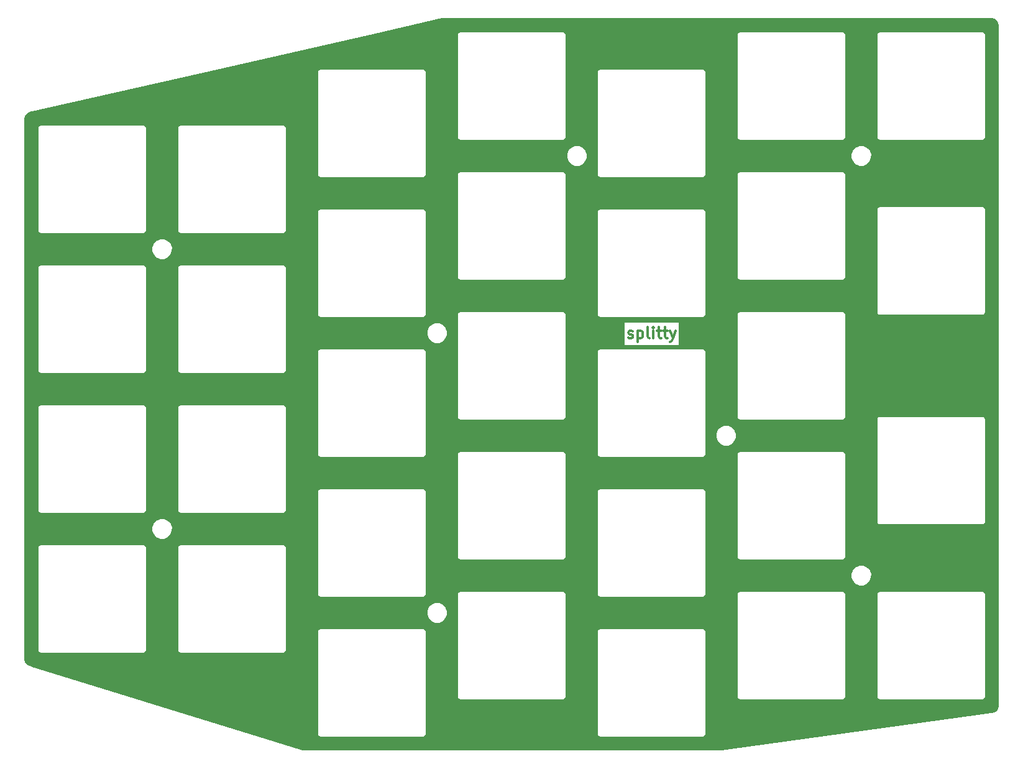
<source format=gbr>
G04 #@! TF.FileFunction,Copper,L1,Top,Signal*
%FSLAX46Y46*%
G04 Gerber Fmt 4.6, Leading zero omitted, Abs format (unit mm)*
G04 Created by KiCad (PCBNEW 4.0.7+dfsg1-1~bpo9+1) date Sat May 26 14:25:42 2018*
%MOMM*%
%LPD*%
G01*
G04 APERTURE LIST*
%ADD10C,0.100000*%
%ADD11C,0.300000*%
%ADD12R,2.000000X2.000000*%
%ADD13C,0.200000*%
G04 APERTURE END LIST*
D10*
D11*
X130171428Y-72362143D02*
X130314285Y-72433571D01*
X130600000Y-72433571D01*
X130742857Y-72362143D01*
X130814285Y-72219286D01*
X130814285Y-72147857D01*
X130742857Y-72005000D01*
X130600000Y-71933571D01*
X130385714Y-71933571D01*
X130242857Y-71862143D01*
X130171428Y-71719286D01*
X130171428Y-71647857D01*
X130242857Y-71505000D01*
X130385714Y-71433571D01*
X130600000Y-71433571D01*
X130742857Y-71505000D01*
X131457143Y-71433571D02*
X131457143Y-72933571D01*
X131457143Y-71505000D02*
X131600000Y-71433571D01*
X131885714Y-71433571D01*
X132028571Y-71505000D01*
X132100000Y-71576429D01*
X132171429Y-71719286D01*
X132171429Y-72147857D01*
X132100000Y-72290714D01*
X132028571Y-72362143D01*
X131885714Y-72433571D01*
X131600000Y-72433571D01*
X131457143Y-72362143D01*
X133028572Y-72433571D02*
X132885714Y-72362143D01*
X132814286Y-72219286D01*
X132814286Y-70933571D01*
X133600000Y-72433571D02*
X133600000Y-71433571D01*
X133600000Y-70933571D02*
X133528571Y-71005000D01*
X133600000Y-71076429D01*
X133671428Y-71005000D01*
X133600000Y-70933571D01*
X133600000Y-71076429D01*
X134100000Y-71433571D02*
X134671429Y-71433571D01*
X134314286Y-70933571D02*
X134314286Y-72219286D01*
X134385714Y-72362143D01*
X134528572Y-72433571D01*
X134671429Y-72433571D01*
X134957143Y-71433571D02*
X135528572Y-71433571D01*
X135171429Y-70933571D02*
X135171429Y-72219286D01*
X135242857Y-72362143D01*
X135385715Y-72433571D01*
X135528572Y-72433571D01*
X135885715Y-71433571D02*
X136242858Y-72433571D01*
X136600000Y-71433571D02*
X136242858Y-72433571D01*
X136100000Y-72790714D01*
X136028572Y-72862143D01*
X135885715Y-72933571D01*
D12*
X163830000Y-76835000D03*
D13*
G36*
X180040788Y-29034335D02*
X180325457Y-29224545D01*
X180515665Y-29509212D01*
X180590000Y-29882917D01*
X180590000Y-122517083D01*
X180515665Y-122890788D01*
X180325457Y-123175455D01*
X180040788Y-123365665D01*
X179641090Y-123445170D01*
X142848575Y-128520000D01*
X85783370Y-128520000D01*
X49009114Y-117107300D01*
X48988890Y-117105177D01*
X48970109Y-117097398D01*
X48559212Y-117015665D01*
X48274545Y-116825457D01*
X48084335Y-116540788D01*
X48010000Y-116167082D01*
X48010000Y-100950000D01*
X49765000Y-100950000D01*
X49765000Y-114950000D01*
X49794306Y-115097333D01*
X49877764Y-115222236D01*
X50002667Y-115305694D01*
X50150000Y-115335000D01*
X64150000Y-115335000D01*
X64297333Y-115305694D01*
X64422236Y-115222236D01*
X64505694Y-115097333D01*
X64535000Y-114950000D01*
X64535000Y-100950000D01*
X68815000Y-100950000D01*
X68815000Y-114950000D01*
X68844306Y-115097333D01*
X68927764Y-115222236D01*
X69052667Y-115305694D01*
X69200000Y-115335000D01*
X83200000Y-115335000D01*
X83347333Y-115305694D01*
X83472236Y-115222236D01*
X83555694Y-115097333D01*
X83585000Y-114950000D01*
X83585000Y-112380000D01*
X87865000Y-112380000D01*
X87865000Y-126380000D01*
X87894306Y-126527333D01*
X87977764Y-126652236D01*
X88102667Y-126735694D01*
X88250000Y-126765000D01*
X102250000Y-126765000D01*
X102397333Y-126735694D01*
X102522236Y-126652236D01*
X102605694Y-126527333D01*
X102635000Y-126380000D01*
X102635000Y-112380000D01*
X102605694Y-112232667D01*
X102522236Y-112107764D01*
X102397333Y-112024306D01*
X102250000Y-111995000D01*
X88250000Y-111995000D01*
X88102667Y-112024306D01*
X87977764Y-112107764D01*
X87894306Y-112232667D01*
X87865000Y-112380000D01*
X83585000Y-112380000D01*
X83585000Y-110134236D01*
X102729755Y-110134236D01*
X102943963Y-110652658D01*
X103340256Y-111049643D01*
X103858303Y-111264755D01*
X104419236Y-111265245D01*
X104937658Y-111051037D01*
X105334643Y-110654744D01*
X105549755Y-110136697D01*
X105550245Y-109575764D01*
X105336037Y-109057342D01*
X104939744Y-108660357D01*
X104421697Y-108445245D01*
X103860764Y-108444755D01*
X103342342Y-108658963D01*
X102945357Y-109055256D01*
X102730245Y-109573303D01*
X102729755Y-110134236D01*
X83585000Y-110134236D01*
X83585000Y-100950000D01*
X83555694Y-100802667D01*
X83472236Y-100677764D01*
X83347333Y-100594306D01*
X83200000Y-100565000D01*
X69200000Y-100565000D01*
X69052667Y-100594306D01*
X68927764Y-100677764D01*
X68844306Y-100802667D01*
X68815000Y-100950000D01*
X64535000Y-100950000D01*
X64505694Y-100802667D01*
X64422236Y-100677764D01*
X64297333Y-100594306D01*
X64150000Y-100565000D01*
X50150000Y-100565000D01*
X50002667Y-100594306D01*
X49877764Y-100677764D01*
X49794306Y-100802667D01*
X49765000Y-100950000D01*
X48010000Y-100950000D01*
X48010000Y-98704236D01*
X65264755Y-98704236D01*
X65478963Y-99222658D01*
X65875256Y-99619643D01*
X66393303Y-99834755D01*
X66954236Y-99835245D01*
X67472658Y-99621037D01*
X67869643Y-99224744D01*
X68084755Y-98706697D01*
X68085245Y-98145764D01*
X67871037Y-97627342D01*
X67474744Y-97230357D01*
X66956697Y-97015245D01*
X66395764Y-97014755D01*
X65877342Y-97228963D01*
X65480357Y-97625256D01*
X65265245Y-98143303D01*
X65264755Y-98704236D01*
X48010000Y-98704236D01*
X48010000Y-81900000D01*
X49765000Y-81900000D01*
X49765000Y-95900000D01*
X49794306Y-96047333D01*
X49877764Y-96172236D01*
X50002667Y-96255694D01*
X50150000Y-96285000D01*
X64150000Y-96285000D01*
X64297333Y-96255694D01*
X64422236Y-96172236D01*
X64505694Y-96047333D01*
X64535000Y-95900000D01*
X64535000Y-81900000D01*
X68815000Y-81900000D01*
X68815000Y-95900000D01*
X68844306Y-96047333D01*
X68927764Y-96172236D01*
X69052667Y-96255694D01*
X69200000Y-96285000D01*
X83200000Y-96285000D01*
X83347333Y-96255694D01*
X83472236Y-96172236D01*
X83555694Y-96047333D01*
X83585000Y-95900000D01*
X83585000Y-93330000D01*
X87865000Y-93330000D01*
X87865000Y-107330000D01*
X87894306Y-107477333D01*
X87977764Y-107602236D01*
X88102667Y-107685694D01*
X88250000Y-107715000D01*
X102250000Y-107715000D01*
X102397333Y-107685694D01*
X102522236Y-107602236D01*
X102605694Y-107477333D01*
X102635000Y-107330000D01*
X102635000Y-107300000D01*
X106915000Y-107300000D01*
X106915000Y-121300000D01*
X106944306Y-121447333D01*
X107027764Y-121572236D01*
X107152667Y-121655694D01*
X107300000Y-121685000D01*
X121300000Y-121685000D01*
X121447333Y-121655694D01*
X121572236Y-121572236D01*
X121655694Y-121447333D01*
X121685000Y-121300000D01*
X121685000Y-112380000D01*
X125965000Y-112380000D01*
X125965000Y-126380000D01*
X125994306Y-126527333D01*
X126077764Y-126652236D01*
X126202667Y-126735694D01*
X126350000Y-126765000D01*
X140350000Y-126765000D01*
X140497333Y-126735694D01*
X140622236Y-126652236D01*
X140705694Y-126527333D01*
X140735000Y-126380000D01*
X140735000Y-112380000D01*
X140705694Y-112232667D01*
X140622236Y-112107764D01*
X140497333Y-112024306D01*
X140350000Y-111995000D01*
X126350000Y-111995000D01*
X126202667Y-112024306D01*
X126077764Y-112107764D01*
X125994306Y-112232667D01*
X125965000Y-112380000D01*
X121685000Y-112380000D01*
X121685000Y-107300000D01*
X121655694Y-107152667D01*
X121572236Y-107027764D01*
X121447333Y-106944306D01*
X121300000Y-106915000D01*
X107300000Y-106915000D01*
X107152667Y-106944306D01*
X107027764Y-107027764D01*
X106944306Y-107152667D01*
X106915000Y-107300000D01*
X102635000Y-107300000D01*
X102635000Y-93330000D01*
X102605694Y-93182667D01*
X102522236Y-93057764D01*
X102397333Y-92974306D01*
X102250000Y-92945000D01*
X88250000Y-92945000D01*
X88102667Y-92974306D01*
X87977764Y-93057764D01*
X87894306Y-93182667D01*
X87865000Y-93330000D01*
X83585000Y-93330000D01*
X83585000Y-81900000D01*
X83555694Y-81752667D01*
X83472236Y-81627764D01*
X83347333Y-81544306D01*
X83200000Y-81515000D01*
X69200000Y-81515000D01*
X69052667Y-81544306D01*
X68927764Y-81627764D01*
X68844306Y-81752667D01*
X68815000Y-81900000D01*
X64535000Y-81900000D01*
X64505694Y-81752667D01*
X64422236Y-81627764D01*
X64297333Y-81544306D01*
X64150000Y-81515000D01*
X50150000Y-81515000D01*
X50002667Y-81544306D01*
X49877764Y-81627764D01*
X49794306Y-81752667D01*
X49765000Y-81900000D01*
X48010000Y-81900000D01*
X48010000Y-62850000D01*
X49765000Y-62850000D01*
X49765000Y-76850000D01*
X49794306Y-76997333D01*
X49877764Y-77122236D01*
X50002667Y-77205694D01*
X50150000Y-77235000D01*
X64150000Y-77235000D01*
X64297333Y-77205694D01*
X64422236Y-77122236D01*
X64505694Y-76997333D01*
X64535000Y-76850000D01*
X64535000Y-62850000D01*
X68815000Y-62850000D01*
X68815000Y-76850000D01*
X68844306Y-76997333D01*
X68927764Y-77122236D01*
X69052667Y-77205694D01*
X69200000Y-77235000D01*
X83200000Y-77235000D01*
X83347333Y-77205694D01*
X83472236Y-77122236D01*
X83555694Y-76997333D01*
X83585000Y-76850000D01*
X83585000Y-74280000D01*
X87865000Y-74280000D01*
X87865000Y-88280000D01*
X87894306Y-88427333D01*
X87977764Y-88552236D01*
X88102667Y-88635694D01*
X88250000Y-88665000D01*
X102250000Y-88665000D01*
X102397333Y-88635694D01*
X102522236Y-88552236D01*
X102605694Y-88427333D01*
X102635000Y-88280000D01*
X102635000Y-88250000D01*
X106915000Y-88250000D01*
X106915000Y-102250000D01*
X106944306Y-102397333D01*
X107027764Y-102522236D01*
X107152667Y-102605694D01*
X107300000Y-102635000D01*
X121300000Y-102635000D01*
X121447333Y-102605694D01*
X121572236Y-102522236D01*
X121655694Y-102397333D01*
X121685000Y-102250000D01*
X121685000Y-93330000D01*
X125965000Y-93330000D01*
X125965000Y-107330000D01*
X125994306Y-107477333D01*
X126077764Y-107602236D01*
X126202667Y-107685694D01*
X126350000Y-107715000D01*
X140350000Y-107715000D01*
X140497333Y-107685694D01*
X140622236Y-107602236D01*
X140705694Y-107477333D01*
X140735000Y-107330000D01*
X140735000Y-107300000D01*
X145015000Y-107300000D01*
X145015000Y-121300000D01*
X145044306Y-121447333D01*
X145127764Y-121572236D01*
X145252667Y-121655694D01*
X145400000Y-121685000D01*
X159400000Y-121685000D01*
X159547333Y-121655694D01*
X159672236Y-121572236D01*
X159755694Y-121447333D01*
X159785000Y-121300000D01*
X159785000Y-107300000D01*
X164065000Y-107300000D01*
X164065000Y-121300000D01*
X164094306Y-121447333D01*
X164177764Y-121572236D01*
X164302667Y-121655694D01*
X164450000Y-121685000D01*
X178450000Y-121685000D01*
X178597333Y-121655694D01*
X178722236Y-121572236D01*
X178805694Y-121447333D01*
X178835000Y-121300000D01*
X178835000Y-107300000D01*
X178805694Y-107152667D01*
X178722236Y-107027764D01*
X178597333Y-106944306D01*
X178450000Y-106915000D01*
X164450000Y-106915000D01*
X164302667Y-106944306D01*
X164177764Y-107027764D01*
X164094306Y-107152667D01*
X164065000Y-107300000D01*
X159785000Y-107300000D01*
X159755694Y-107152667D01*
X159672236Y-107027764D01*
X159547333Y-106944306D01*
X159400000Y-106915000D01*
X145400000Y-106915000D01*
X145252667Y-106944306D01*
X145127764Y-107027764D01*
X145044306Y-107152667D01*
X145015000Y-107300000D01*
X140735000Y-107300000D01*
X140735000Y-105054236D01*
X160514755Y-105054236D01*
X160728963Y-105572658D01*
X161125256Y-105969643D01*
X161643303Y-106184755D01*
X162204236Y-106185245D01*
X162722658Y-105971037D01*
X163119643Y-105574744D01*
X163334755Y-105056697D01*
X163335245Y-104495764D01*
X163121037Y-103977342D01*
X162724744Y-103580357D01*
X162206697Y-103365245D01*
X161645764Y-103364755D01*
X161127342Y-103578963D01*
X160730357Y-103975256D01*
X160515245Y-104493303D01*
X160514755Y-105054236D01*
X140735000Y-105054236D01*
X140735000Y-93330000D01*
X140705694Y-93182667D01*
X140622236Y-93057764D01*
X140497333Y-92974306D01*
X140350000Y-92945000D01*
X126350000Y-92945000D01*
X126202667Y-92974306D01*
X126077764Y-93057764D01*
X125994306Y-93182667D01*
X125965000Y-93330000D01*
X121685000Y-93330000D01*
X121685000Y-88250000D01*
X121655694Y-88102667D01*
X121572236Y-87977764D01*
X121447333Y-87894306D01*
X121300000Y-87865000D01*
X107300000Y-87865000D01*
X107152667Y-87894306D01*
X107027764Y-87977764D01*
X106944306Y-88102667D01*
X106915000Y-88250000D01*
X102635000Y-88250000D01*
X102635000Y-74280000D01*
X102605694Y-74132667D01*
X102522236Y-74007764D01*
X102397333Y-73924306D01*
X102250000Y-73895000D01*
X88250000Y-73895000D01*
X88102667Y-73924306D01*
X87977764Y-74007764D01*
X87894306Y-74132667D01*
X87865000Y-74280000D01*
X83585000Y-74280000D01*
X83585000Y-72034236D01*
X102729755Y-72034236D01*
X102943963Y-72552658D01*
X103340256Y-72949643D01*
X103858303Y-73164755D01*
X104419236Y-73165245D01*
X104937658Y-72951037D01*
X105334643Y-72554744D01*
X105549755Y-72036697D01*
X105550245Y-71475764D01*
X105336037Y-70957342D01*
X104939744Y-70560357D01*
X104421697Y-70345245D01*
X103860764Y-70344755D01*
X103342342Y-70558963D01*
X102945357Y-70955256D01*
X102730245Y-71473303D01*
X102729755Y-72034236D01*
X83585000Y-72034236D01*
X83585000Y-62850000D01*
X83555694Y-62702667D01*
X83472236Y-62577764D01*
X83347333Y-62494306D01*
X83200000Y-62465000D01*
X69200000Y-62465000D01*
X69052667Y-62494306D01*
X68927764Y-62577764D01*
X68844306Y-62702667D01*
X68815000Y-62850000D01*
X64535000Y-62850000D01*
X64505694Y-62702667D01*
X64422236Y-62577764D01*
X64297333Y-62494306D01*
X64150000Y-62465000D01*
X50150000Y-62465000D01*
X50002667Y-62494306D01*
X49877764Y-62577764D01*
X49794306Y-62702667D01*
X49765000Y-62850000D01*
X48010000Y-62850000D01*
X48010000Y-60604236D01*
X65264755Y-60604236D01*
X65478963Y-61122658D01*
X65875256Y-61519643D01*
X66393303Y-61734755D01*
X66954236Y-61735245D01*
X67472658Y-61521037D01*
X67869643Y-61124744D01*
X68084755Y-60606697D01*
X68085245Y-60045764D01*
X67871037Y-59527342D01*
X67474744Y-59130357D01*
X66956697Y-58915245D01*
X66395764Y-58914755D01*
X65877342Y-59128963D01*
X65480357Y-59525256D01*
X65265245Y-60043303D01*
X65264755Y-60604236D01*
X48010000Y-60604236D01*
X48010000Y-43800000D01*
X49765000Y-43800000D01*
X49765000Y-57800000D01*
X49794306Y-57947333D01*
X49877764Y-58072236D01*
X50002667Y-58155694D01*
X50150000Y-58185000D01*
X64150000Y-58185000D01*
X64297333Y-58155694D01*
X64422236Y-58072236D01*
X64505694Y-57947333D01*
X64535000Y-57800000D01*
X64535000Y-43800000D01*
X68815000Y-43800000D01*
X68815000Y-57800000D01*
X68844306Y-57947333D01*
X68927764Y-58072236D01*
X69052667Y-58155694D01*
X69200000Y-58185000D01*
X83200000Y-58185000D01*
X83347333Y-58155694D01*
X83472236Y-58072236D01*
X83555694Y-57947333D01*
X83585000Y-57800000D01*
X83585000Y-55230000D01*
X87865000Y-55230000D01*
X87865000Y-69230000D01*
X87894306Y-69377333D01*
X87977764Y-69502236D01*
X88102667Y-69585694D01*
X88250000Y-69615000D01*
X102250000Y-69615000D01*
X102397333Y-69585694D01*
X102522236Y-69502236D01*
X102605694Y-69377333D01*
X102635000Y-69230000D01*
X102635000Y-69200000D01*
X106915000Y-69200000D01*
X106915000Y-83200000D01*
X106944306Y-83347333D01*
X107027764Y-83472236D01*
X107152667Y-83555694D01*
X107300000Y-83585000D01*
X121300000Y-83585000D01*
X121447333Y-83555694D01*
X121572236Y-83472236D01*
X121655694Y-83347333D01*
X121685000Y-83200000D01*
X121685000Y-74280000D01*
X125965000Y-74280000D01*
X125965000Y-88280000D01*
X125994306Y-88427333D01*
X126077764Y-88552236D01*
X126202667Y-88635694D01*
X126350000Y-88665000D01*
X140350000Y-88665000D01*
X140497333Y-88635694D01*
X140622236Y-88552236D01*
X140705694Y-88427333D01*
X140735000Y-88280000D01*
X140735000Y-88250000D01*
X145015000Y-88250000D01*
X145015000Y-102250000D01*
X145044306Y-102397333D01*
X145127764Y-102522236D01*
X145252667Y-102605694D01*
X145400000Y-102635000D01*
X159400000Y-102635000D01*
X159547333Y-102605694D01*
X159672236Y-102522236D01*
X159755694Y-102397333D01*
X159785000Y-102250000D01*
X159785000Y-88250000D01*
X159755694Y-88102667D01*
X159672236Y-87977764D01*
X159547333Y-87894306D01*
X159400000Y-87865000D01*
X145400000Y-87865000D01*
X145252667Y-87894306D01*
X145127764Y-87977764D01*
X145044306Y-88102667D01*
X145015000Y-88250000D01*
X140735000Y-88250000D01*
X140735000Y-86004236D01*
X142099755Y-86004236D01*
X142313963Y-86522658D01*
X142710256Y-86919643D01*
X143228303Y-87134755D01*
X143789236Y-87135245D01*
X144307658Y-86921037D01*
X144704643Y-86524744D01*
X144919755Y-86006697D01*
X144920245Y-85445764D01*
X144706037Y-84927342D01*
X144309744Y-84530357D01*
X143791697Y-84315245D01*
X143230764Y-84314755D01*
X142712342Y-84528963D01*
X142315357Y-84925256D01*
X142100245Y-85443303D01*
X142099755Y-86004236D01*
X140735000Y-86004236D01*
X140735000Y-74280000D01*
X140705694Y-74132667D01*
X140622236Y-74007764D01*
X140497333Y-73924306D01*
X140350000Y-73895000D01*
X126350000Y-73895000D01*
X126202667Y-73924306D01*
X126077764Y-74007764D01*
X125994306Y-74132667D01*
X125965000Y-74280000D01*
X121685000Y-74280000D01*
X121685000Y-70245000D01*
X129575714Y-70245000D01*
X129575714Y-73415000D01*
X137124286Y-73415000D01*
X137124286Y-70245000D01*
X129575714Y-70245000D01*
X121685000Y-70245000D01*
X121685000Y-69200000D01*
X121655694Y-69052667D01*
X121572236Y-68927764D01*
X121447333Y-68844306D01*
X121300000Y-68815000D01*
X107300000Y-68815000D01*
X107152667Y-68844306D01*
X107027764Y-68927764D01*
X106944306Y-69052667D01*
X106915000Y-69200000D01*
X102635000Y-69200000D01*
X102635000Y-55230000D01*
X102605694Y-55082667D01*
X102522236Y-54957764D01*
X102397333Y-54874306D01*
X102250000Y-54845000D01*
X88250000Y-54845000D01*
X88102667Y-54874306D01*
X87977764Y-54957764D01*
X87894306Y-55082667D01*
X87865000Y-55230000D01*
X83585000Y-55230000D01*
X83585000Y-43800000D01*
X83555694Y-43652667D01*
X83472236Y-43527764D01*
X83347333Y-43444306D01*
X83200000Y-43415000D01*
X69200000Y-43415000D01*
X69052667Y-43444306D01*
X68927764Y-43527764D01*
X68844306Y-43652667D01*
X68815000Y-43800000D01*
X64535000Y-43800000D01*
X64505694Y-43652667D01*
X64422236Y-43527764D01*
X64297333Y-43444306D01*
X64150000Y-43415000D01*
X50150000Y-43415000D01*
X50002667Y-43444306D01*
X49877764Y-43527764D01*
X49794306Y-43652667D01*
X49765000Y-43800000D01*
X48010000Y-43800000D01*
X48010000Y-42582918D01*
X48084335Y-42209212D01*
X48274545Y-41924543D01*
X48559212Y-41734335D01*
X48970109Y-41652602D01*
X48975015Y-41650570D01*
X48980324Y-41650426D01*
X73050198Y-36180000D01*
X87865000Y-36180000D01*
X87865000Y-50180000D01*
X87894306Y-50327333D01*
X87977764Y-50452236D01*
X88102667Y-50535694D01*
X88250000Y-50565000D01*
X102250000Y-50565000D01*
X102397333Y-50535694D01*
X102522236Y-50452236D01*
X102605694Y-50327333D01*
X102635000Y-50180000D01*
X102635000Y-50150000D01*
X106915000Y-50150000D01*
X106915000Y-64150000D01*
X106944306Y-64297333D01*
X107027764Y-64422236D01*
X107152667Y-64505694D01*
X107300000Y-64535000D01*
X121300000Y-64535000D01*
X121447333Y-64505694D01*
X121572236Y-64422236D01*
X121655694Y-64297333D01*
X121685000Y-64150000D01*
X121685000Y-55230000D01*
X125965000Y-55230000D01*
X125965000Y-69230000D01*
X125994306Y-69377333D01*
X126077764Y-69502236D01*
X126202667Y-69585694D01*
X126350000Y-69615000D01*
X140350000Y-69615000D01*
X140497333Y-69585694D01*
X140622236Y-69502236D01*
X140705694Y-69377333D01*
X140735000Y-69230000D01*
X140735000Y-69200000D01*
X145015000Y-69200000D01*
X145015000Y-83200000D01*
X145044306Y-83347333D01*
X145127764Y-83472236D01*
X145252667Y-83555694D01*
X145400000Y-83585000D01*
X159400000Y-83585000D01*
X159547333Y-83555694D01*
X159649391Y-83487500D01*
X164065000Y-83487500D01*
X164065000Y-97487500D01*
X164094306Y-97634833D01*
X164177764Y-97759736D01*
X164302667Y-97843194D01*
X164450000Y-97872500D01*
X178450000Y-97872500D01*
X178597333Y-97843194D01*
X178722236Y-97759736D01*
X178805694Y-97634833D01*
X178835000Y-97487500D01*
X178835000Y-83487500D01*
X178805694Y-83340167D01*
X178722236Y-83215264D01*
X178597333Y-83131806D01*
X178450000Y-83102500D01*
X164450000Y-83102500D01*
X164302667Y-83131806D01*
X164177764Y-83215264D01*
X164094306Y-83340167D01*
X164065000Y-83487500D01*
X159649391Y-83487500D01*
X159672236Y-83472236D01*
X159755694Y-83347333D01*
X159785000Y-83200000D01*
X159785000Y-69200000D01*
X159755694Y-69052667D01*
X159672236Y-68927764D01*
X159547333Y-68844306D01*
X159400000Y-68815000D01*
X145400000Y-68815000D01*
X145252667Y-68844306D01*
X145127764Y-68927764D01*
X145044306Y-69052667D01*
X145015000Y-69200000D01*
X140735000Y-69200000D01*
X140735000Y-55230000D01*
X140705694Y-55082667D01*
X140622236Y-54957764D01*
X140497333Y-54874306D01*
X140350000Y-54845000D01*
X126350000Y-54845000D01*
X126202667Y-54874306D01*
X126077764Y-54957764D01*
X125994306Y-55082667D01*
X125965000Y-55230000D01*
X121685000Y-55230000D01*
X121685000Y-50150000D01*
X121655694Y-50002667D01*
X121572236Y-49877764D01*
X121447333Y-49794306D01*
X121300000Y-49765000D01*
X107300000Y-49765000D01*
X107152667Y-49794306D01*
X107027764Y-49877764D01*
X106944306Y-50002667D01*
X106915000Y-50150000D01*
X102635000Y-50150000D01*
X102635000Y-47904236D01*
X121779755Y-47904236D01*
X121993963Y-48422658D01*
X122390256Y-48819643D01*
X122908303Y-49034755D01*
X123469236Y-49035245D01*
X123987658Y-48821037D01*
X124384643Y-48424744D01*
X124599755Y-47906697D01*
X124600245Y-47345764D01*
X124386037Y-46827342D01*
X123989744Y-46430357D01*
X123471697Y-46215245D01*
X122910764Y-46214755D01*
X122392342Y-46428963D01*
X121995357Y-46825256D01*
X121780245Y-47343303D01*
X121779755Y-47904236D01*
X102635000Y-47904236D01*
X102635000Y-36180000D01*
X102605694Y-36032667D01*
X102522236Y-35907764D01*
X102397333Y-35824306D01*
X102250000Y-35795000D01*
X88250000Y-35795000D01*
X88102667Y-35824306D01*
X87977764Y-35907764D01*
X87894306Y-36032667D01*
X87865000Y-36180000D01*
X73050198Y-36180000D01*
X95402198Y-31100000D01*
X106915000Y-31100000D01*
X106915000Y-45100000D01*
X106944306Y-45247333D01*
X107027764Y-45372236D01*
X107152667Y-45455694D01*
X107300000Y-45485000D01*
X121300000Y-45485000D01*
X121447333Y-45455694D01*
X121572236Y-45372236D01*
X121655694Y-45247333D01*
X121685000Y-45100000D01*
X121685000Y-36180000D01*
X125965000Y-36180000D01*
X125965000Y-50180000D01*
X125994306Y-50327333D01*
X126077764Y-50452236D01*
X126202667Y-50535694D01*
X126350000Y-50565000D01*
X140350000Y-50565000D01*
X140497333Y-50535694D01*
X140622236Y-50452236D01*
X140705694Y-50327333D01*
X140735000Y-50180000D01*
X140735000Y-50150000D01*
X145015000Y-50150000D01*
X145015000Y-64150000D01*
X145044306Y-64297333D01*
X145127764Y-64422236D01*
X145252667Y-64505694D01*
X145400000Y-64535000D01*
X159400000Y-64535000D01*
X159547333Y-64505694D01*
X159672236Y-64422236D01*
X159755694Y-64297333D01*
X159785000Y-64150000D01*
X159785000Y-54912500D01*
X164065000Y-54912500D01*
X164065000Y-68912500D01*
X164094306Y-69059833D01*
X164177764Y-69184736D01*
X164302667Y-69268194D01*
X164450000Y-69297500D01*
X178450000Y-69297500D01*
X178597333Y-69268194D01*
X178722236Y-69184736D01*
X178805694Y-69059833D01*
X178835000Y-68912500D01*
X178835000Y-54912500D01*
X178805694Y-54765167D01*
X178722236Y-54640264D01*
X178597333Y-54556806D01*
X178450000Y-54527500D01*
X164450000Y-54527500D01*
X164302667Y-54556806D01*
X164177764Y-54640264D01*
X164094306Y-54765167D01*
X164065000Y-54912500D01*
X159785000Y-54912500D01*
X159785000Y-50150000D01*
X159755694Y-50002667D01*
X159672236Y-49877764D01*
X159547333Y-49794306D01*
X159400000Y-49765000D01*
X145400000Y-49765000D01*
X145252667Y-49794306D01*
X145127764Y-49877764D01*
X145044306Y-50002667D01*
X145015000Y-50150000D01*
X140735000Y-50150000D01*
X140735000Y-47904236D01*
X160514755Y-47904236D01*
X160728963Y-48422658D01*
X161125256Y-48819643D01*
X161643303Y-49034755D01*
X162204236Y-49035245D01*
X162722658Y-48821037D01*
X163119643Y-48424744D01*
X163334755Y-47906697D01*
X163335245Y-47345764D01*
X163121037Y-46827342D01*
X162724744Y-46430357D01*
X162206697Y-46215245D01*
X161645764Y-46214755D01*
X161127342Y-46428963D01*
X160730357Y-46825256D01*
X160515245Y-47343303D01*
X160514755Y-47904236D01*
X140735000Y-47904236D01*
X140735000Y-36180000D01*
X140705694Y-36032667D01*
X140622236Y-35907764D01*
X140497333Y-35824306D01*
X140350000Y-35795000D01*
X126350000Y-35795000D01*
X126202667Y-35824306D01*
X126077764Y-35907764D01*
X125994306Y-36032667D01*
X125965000Y-36180000D01*
X121685000Y-36180000D01*
X121685000Y-31100000D01*
X145015000Y-31100000D01*
X145015000Y-45100000D01*
X145044306Y-45247333D01*
X145127764Y-45372236D01*
X145252667Y-45455694D01*
X145400000Y-45485000D01*
X159400000Y-45485000D01*
X159547333Y-45455694D01*
X159672236Y-45372236D01*
X159755694Y-45247333D01*
X159785000Y-45100000D01*
X159785000Y-31100000D01*
X164065000Y-31100000D01*
X164065000Y-45100000D01*
X164094306Y-45247333D01*
X164177764Y-45372236D01*
X164302667Y-45455694D01*
X164450000Y-45485000D01*
X178450000Y-45485000D01*
X178597333Y-45455694D01*
X178722236Y-45372236D01*
X178805694Y-45247333D01*
X178835000Y-45100000D01*
X178835000Y-31100000D01*
X178805694Y-30952667D01*
X178722236Y-30827764D01*
X178597333Y-30744306D01*
X178450000Y-30715000D01*
X164450000Y-30715000D01*
X164302667Y-30744306D01*
X164177764Y-30827764D01*
X164094306Y-30952667D01*
X164065000Y-31100000D01*
X159785000Y-31100000D01*
X159755694Y-30952667D01*
X159672236Y-30827764D01*
X159547333Y-30744306D01*
X159400000Y-30715000D01*
X145400000Y-30715000D01*
X145252667Y-30744306D01*
X145127764Y-30827764D01*
X145044306Y-30952667D01*
X145015000Y-31100000D01*
X121685000Y-31100000D01*
X121655694Y-30952667D01*
X121572236Y-30827764D01*
X121447333Y-30744306D01*
X121300000Y-30715000D01*
X107300000Y-30715000D01*
X107152667Y-30744306D01*
X107027764Y-30827764D01*
X106944306Y-30952667D01*
X106915000Y-31100000D01*
X95402198Y-31100000D01*
X104818198Y-28960000D01*
X179667082Y-28960000D01*
X180040788Y-29034335D01*
X180040788Y-29034335D01*
G37*
X180040788Y-29034335D02*
X180325457Y-29224545D01*
X180515665Y-29509212D01*
X180590000Y-29882917D01*
X180590000Y-122517083D01*
X180515665Y-122890788D01*
X180325457Y-123175455D01*
X180040788Y-123365665D01*
X179641090Y-123445170D01*
X142848575Y-128520000D01*
X85783370Y-128520000D01*
X49009114Y-117107300D01*
X48988890Y-117105177D01*
X48970109Y-117097398D01*
X48559212Y-117015665D01*
X48274545Y-116825457D01*
X48084335Y-116540788D01*
X48010000Y-116167082D01*
X48010000Y-100950000D01*
X49765000Y-100950000D01*
X49765000Y-114950000D01*
X49794306Y-115097333D01*
X49877764Y-115222236D01*
X50002667Y-115305694D01*
X50150000Y-115335000D01*
X64150000Y-115335000D01*
X64297333Y-115305694D01*
X64422236Y-115222236D01*
X64505694Y-115097333D01*
X64535000Y-114950000D01*
X64535000Y-100950000D01*
X68815000Y-100950000D01*
X68815000Y-114950000D01*
X68844306Y-115097333D01*
X68927764Y-115222236D01*
X69052667Y-115305694D01*
X69200000Y-115335000D01*
X83200000Y-115335000D01*
X83347333Y-115305694D01*
X83472236Y-115222236D01*
X83555694Y-115097333D01*
X83585000Y-114950000D01*
X83585000Y-112380000D01*
X87865000Y-112380000D01*
X87865000Y-126380000D01*
X87894306Y-126527333D01*
X87977764Y-126652236D01*
X88102667Y-126735694D01*
X88250000Y-126765000D01*
X102250000Y-126765000D01*
X102397333Y-126735694D01*
X102522236Y-126652236D01*
X102605694Y-126527333D01*
X102635000Y-126380000D01*
X102635000Y-112380000D01*
X102605694Y-112232667D01*
X102522236Y-112107764D01*
X102397333Y-112024306D01*
X102250000Y-111995000D01*
X88250000Y-111995000D01*
X88102667Y-112024306D01*
X87977764Y-112107764D01*
X87894306Y-112232667D01*
X87865000Y-112380000D01*
X83585000Y-112380000D01*
X83585000Y-110134236D01*
X102729755Y-110134236D01*
X102943963Y-110652658D01*
X103340256Y-111049643D01*
X103858303Y-111264755D01*
X104419236Y-111265245D01*
X104937658Y-111051037D01*
X105334643Y-110654744D01*
X105549755Y-110136697D01*
X105550245Y-109575764D01*
X105336037Y-109057342D01*
X104939744Y-108660357D01*
X104421697Y-108445245D01*
X103860764Y-108444755D01*
X103342342Y-108658963D01*
X102945357Y-109055256D01*
X102730245Y-109573303D01*
X102729755Y-110134236D01*
X83585000Y-110134236D01*
X83585000Y-100950000D01*
X83555694Y-100802667D01*
X83472236Y-100677764D01*
X83347333Y-100594306D01*
X83200000Y-100565000D01*
X69200000Y-100565000D01*
X69052667Y-100594306D01*
X68927764Y-100677764D01*
X68844306Y-100802667D01*
X68815000Y-100950000D01*
X64535000Y-100950000D01*
X64505694Y-100802667D01*
X64422236Y-100677764D01*
X64297333Y-100594306D01*
X64150000Y-100565000D01*
X50150000Y-100565000D01*
X50002667Y-100594306D01*
X49877764Y-100677764D01*
X49794306Y-100802667D01*
X49765000Y-100950000D01*
X48010000Y-100950000D01*
X48010000Y-98704236D01*
X65264755Y-98704236D01*
X65478963Y-99222658D01*
X65875256Y-99619643D01*
X66393303Y-99834755D01*
X66954236Y-99835245D01*
X67472658Y-99621037D01*
X67869643Y-99224744D01*
X68084755Y-98706697D01*
X68085245Y-98145764D01*
X67871037Y-97627342D01*
X67474744Y-97230357D01*
X66956697Y-97015245D01*
X66395764Y-97014755D01*
X65877342Y-97228963D01*
X65480357Y-97625256D01*
X65265245Y-98143303D01*
X65264755Y-98704236D01*
X48010000Y-98704236D01*
X48010000Y-81900000D01*
X49765000Y-81900000D01*
X49765000Y-95900000D01*
X49794306Y-96047333D01*
X49877764Y-96172236D01*
X50002667Y-96255694D01*
X50150000Y-96285000D01*
X64150000Y-96285000D01*
X64297333Y-96255694D01*
X64422236Y-96172236D01*
X64505694Y-96047333D01*
X64535000Y-95900000D01*
X64535000Y-81900000D01*
X68815000Y-81900000D01*
X68815000Y-95900000D01*
X68844306Y-96047333D01*
X68927764Y-96172236D01*
X69052667Y-96255694D01*
X69200000Y-96285000D01*
X83200000Y-96285000D01*
X83347333Y-96255694D01*
X83472236Y-96172236D01*
X83555694Y-96047333D01*
X83585000Y-95900000D01*
X83585000Y-93330000D01*
X87865000Y-93330000D01*
X87865000Y-107330000D01*
X87894306Y-107477333D01*
X87977764Y-107602236D01*
X88102667Y-107685694D01*
X88250000Y-107715000D01*
X102250000Y-107715000D01*
X102397333Y-107685694D01*
X102522236Y-107602236D01*
X102605694Y-107477333D01*
X102635000Y-107330000D01*
X102635000Y-107300000D01*
X106915000Y-107300000D01*
X106915000Y-121300000D01*
X106944306Y-121447333D01*
X107027764Y-121572236D01*
X107152667Y-121655694D01*
X107300000Y-121685000D01*
X121300000Y-121685000D01*
X121447333Y-121655694D01*
X121572236Y-121572236D01*
X121655694Y-121447333D01*
X121685000Y-121300000D01*
X121685000Y-112380000D01*
X125965000Y-112380000D01*
X125965000Y-126380000D01*
X125994306Y-126527333D01*
X126077764Y-126652236D01*
X126202667Y-126735694D01*
X126350000Y-126765000D01*
X140350000Y-126765000D01*
X140497333Y-126735694D01*
X140622236Y-126652236D01*
X140705694Y-126527333D01*
X140735000Y-126380000D01*
X140735000Y-112380000D01*
X140705694Y-112232667D01*
X140622236Y-112107764D01*
X140497333Y-112024306D01*
X140350000Y-111995000D01*
X126350000Y-111995000D01*
X126202667Y-112024306D01*
X126077764Y-112107764D01*
X125994306Y-112232667D01*
X125965000Y-112380000D01*
X121685000Y-112380000D01*
X121685000Y-107300000D01*
X121655694Y-107152667D01*
X121572236Y-107027764D01*
X121447333Y-106944306D01*
X121300000Y-106915000D01*
X107300000Y-106915000D01*
X107152667Y-106944306D01*
X107027764Y-107027764D01*
X106944306Y-107152667D01*
X106915000Y-107300000D01*
X102635000Y-107300000D01*
X102635000Y-93330000D01*
X102605694Y-93182667D01*
X102522236Y-93057764D01*
X102397333Y-92974306D01*
X102250000Y-92945000D01*
X88250000Y-92945000D01*
X88102667Y-92974306D01*
X87977764Y-93057764D01*
X87894306Y-93182667D01*
X87865000Y-93330000D01*
X83585000Y-93330000D01*
X83585000Y-81900000D01*
X83555694Y-81752667D01*
X83472236Y-81627764D01*
X83347333Y-81544306D01*
X83200000Y-81515000D01*
X69200000Y-81515000D01*
X69052667Y-81544306D01*
X68927764Y-81627764D01*
X68844306Y-81752667D01*
X68815000Y-81900000D01*
X64535000Y-81900000D01*
X64505694Y-81752667D01*
X64422236Y-81627764D01*
X64297333Y-81544306D01*
X64150000Y-81515000D01*
X50150000Y-81515000D01*
X50002667Y-81544306D01*
X49877764Y-81627764D01*
X49794306Y-81752667D01*
X49765000Y-81900000D01*
X48010000Y-81900000D01*
X48010000Y-62850000D01*
X49765000Y-62850000D01*
X49765000Y-76850000D01*
X49794306Y-76997333D01*
X49877764Y-77122236D01*
X50002667Y-77205694D01*
X50150000Y-77235000D01*
X64150000Y-77235000D01*
X64297333Y-77205694D01*
X64422236Y-77122236D01*
X64505694Y-76997333D01*
X64535000Y-76850000D01*
X64535000Y-62850000D01*
X68815000Y-62850000D01*
X68815000Y-76850000D01*
X68844306Y-76997333D01*
X68927764Y-77122236D01*
X69052667Y-77205694D01*
X69200000Y-77235000D01*
X83200000Y-77235000D01*
X83347333Y-77205694D01*
X83472236Y-77122236D01*
X83555694Y-76997333D01*
X83585000Y-76850000D01*
X83585000Y-74280000D01*
X87865000Y-74280000D01*
X87865000Y-88280000D01*
X87894306Y-88427333D01*
X87977764Y-88552236D01*
X88102667Y-88635694D01*
X88250000Y-88665000D01*
X102250000Y-88665000D01*
X102397333Y-88635694D01*
X102522236Y-88552236D01*
X102605694Y-88427333D01*
X102635000Y-88280000D01*
X102635000Y-88250000D01*
X106915000Y-88250000D01*
X106915000Y-102250000D01*
X106944306Y-102397333D01*
X107027764Y-102522236D01*
X107152667Y-102605694D01*
X107300000Y-102635000D01*
X121300000Y-102635000D01*
X121447333Y-102605694D01*
X121572236Y-102522236D01*
X121655694Y-102397333D01*
X121685000Y-102250000D01*
X121685000Y-93330000D01*
X125965000Y-93330000D01*
X125965000Y-107330000D01*
X125994306Y-107477333D01*
X126077764Y-107602236D01*
X126202667Y-107685694D01*
X126350000Y-107715000D01*
X140350000Y-107715000D01*
X140497333Y-107685694D01*
X140622236Y-107602236D01*
X140705694Y-107477333D01*
X140735000Y-107330000D01*
X140735000Y-107300000D01*
X145015000Y-107300000D01*
X145015000Y-121300000D01*
X145044306Y-121447333D01*
X145127764Y-121572236D01*
X145252667Y-121655694D01*
X145400000Y-121685000D01*
X159400000Y-121685000D01*
X159547333Y-121655694D01*
X159672236Y-121572236D01*
X159755694Y-121447333D01*
X159785000Y-121300000D01*
X159785000Y-107300000D01*
X164065000Y-107300000D01*
X164065000Y-121300000D01*
X164094306Y-121447333D01*
X164177764Y-121572236D01*
X164302667Y-121655694D01*
X164450000Y-121685000D01*
X178450000Y-121685000D01*
X178597333Y-121655694D01*
X178722236Y-121572236D01*
X178805694Y-121447333D01*
X178835000Y-121300000D01*
X178835000Y-107300000D01*
X178805694Y-107152667D01*
X178722236Y-107027764D01*
X178597333Y-106944306D01*
X178450000Y-106915000D01*
X164450000Y-106915000D01*
X164302667Y-106944306D01*
X164177764Y-107027764D01*
X164094306Y-107152667D01*
X164065000Y-107300000D01*
X159785000Y-107300000D01*
X159755694Y-107152667D01*
X159672236Y-107027764D01*
X159547333Y-106944306D01*
X159400000Y-106915000D01*
X145400000Y-106915000D01*
X145252667Y-106944306D01*
X145127764Y-107027764D01*
X145044306Y-107152667D01*
X145015000Y-107300000D01*
X140735000Y-107300000D01*
X140735000Y-105054236D01*
X160514755Y-105054236D01*
X160728963Y-105572658D01*
X161125256Y-105969643D01*
X161643303Y-106184755D01*
X162204236Y-106185245D01*
X162722658Y-105971037D01*
X163119643Y-105574744D01*
X163334755Y-105056697D01*
X163335245Y-104495764D01*
X163121037Y-103977342D01*
X162724744Y-103580357D01*
X162206697Y-103365245D01*
X161645764Y-103364755D01*
X161127342Y-103578963D01*
X160730357Y-103975256D01*
X160515245Y-104493303D01*
X160514755Y-105054236D01*
X140735000Y-105054236D01*
X140735000Y-93330000D01*
X140705694Y-93182667D01*
X140622236Y-93057764D01*
X140497333Y-92974306D01*
X140350000Y-92945000D01*
X126350000Y-92945000D01*
X126202667Y-92974306D01*
X126077764Y-93057764D01*
X125994306Y-93182667D01*
X125965000Y-93330000D01*
X121685000Y-93330000D01*
X121685000Y-88250000D01*
X121655694Y-88102667D01*
X121572236Y-87977764D01*
X121447333Y-87894306D01*
X121300000Y-87865000D01*
X107300000Y-87865000D01*
X107152667Y-87894306D01*
X107027764Y-87977764D01*
X106944306Y-88102667D01*
X106915000Y-88250000D01*
X102635000Y-88250000D01*
X102635000Y-74280000D01*
X102605694Y-74132667D01*
X102522236Y-74007764D01*
X102397333Y-73924306D01*
X102250000Y-73895000D01*
X88250000Y-73895000D01*
X88102667Y-73924306D01*
X87977764Y-74007764D01*
X87894306Y-74132667D01*
X87865000Y-74280000D01*
X83585000Y-74280000D01*
X83585000Y-72034236D01*
X102729755Y-72034236D01*
X102943963Y-72552658D01*
X103340256Y-72949643D01*
X103858303Y-73164755D01*
X104419236Y-73165245D01*
X104937658Y-72951037D01*
X105334643Y-72554744D01*
X105549755Y-72036697D01*
X105550245Y-71475764D01*
X105336037Y-70957342D01*
X104939744Y-70560357D01*
X104421697Y-70345245D01*
X103860764Y-70344755D01*
X103342342Y-70558963D01*
X102945357Y-70955256D01*
X102730245Y-71473303D01*
X102729755Y-72034236D01*
X83585000Y-72034236D01*
X83585000Y-62850000D01*
X83555694Y-62702667D01*
X83472236Y-62577764D01*
X83347333Y-62494306D01*
X83200000Y-62465000D01*
X69200000Y-62465000D01*
X69052667Y-62494306D01*
X68927764Y-62577764D01*
X68844306Y-62702667D01*
X68815000Y-62850000D01*
X64535000Y-62850000D01*
X64505694Y-62702667D01*
X64422236Y-62577764D01*
X64297333Y-62494306D01*
X64150000Y-62465000D01*
X50150000Y-62465000D01*
X50002667Y-62494306D01*
X49877764Y-62577764D01*
X49794306Y-62702667D01*
X49765000Y-62850000D01*
X48010000Y-62850000D01*
X48010000Y-60604236D01*
X65264755Y-60604236D01*
X65478963Y-61122658D01*
X65875256Y-61519643D01*
X66393303Y-61734755D01*
X66954236Y-61735245D01*
X67472658Y-61521037D01*
X67869643Y-61124744D01*
X68084755Y-60606697D01*
X68085245Y-60045764D01*
X67871037Y-59527342D01*
X67474744Y-59130357D01*
X66956697Y-58915245D01*
X66395764Y-58914755D01*
X65877342Y-59128963D01*
X65480357Y-59525256D01*
X65265245Y-60043303D01*
X65264755Y-60604236D01*
X48010000Y-60604236D01*
X48010000Y-43800000D01*
X49765000Y-43800000D01*
X49765000Y-57800000D01*
X49794306Y-57947333D01*
X49877764Y-58072236D01*
X50002667Y-58155694D01*
X50150000Y-58185000D01*
X64150000Y-58185000D01*
X64297333Y-58155694D01*
X64422236Y-58072236D01*
X64505694Y-57947333D01*
X64535000Y-57800000D01*
X64535000Y-43800000D01*
X68815000Y-43800000D01*
X68815000Y-57800000D01*
X68844306Y-57947333D01*
X68927764Y-58072236D01*
X69052667Y-58155694D01*
X69200000Y-58185000D01*
X83200000Y-58185000D01*
X83347333Y-58155694D01*
X83472236Y-58072236D01*
X83555694Y-57947333D01*
X83585000Y-57800000D01*
X83585000Y-55230000D01*
X87865000Y-55230000D01*
X87865000Y-69230000D01*
X87894306Y-69377333D01*
X87977764Y-69502236D01*
X88102667Y-69585694D01*
X88250000Y-69615000D01*
X102250000Y-69615000D01*
X102397333Y-69585694D01*
X102522236Y-69502236D01*
X102605694Y-69377333D01*
X102635000Y-69230000D01*
X102635000Y-69200000D01*
X106915000Y-69200000D01*
X106915000Y-83200000D01*
X106944306Y-83347333D01*
X107027764Y-83472236D01*
X107152667Y-83555694D01*
X107300000Y-83585000D01*
X121300000Y-83585000D01*
X121447333Y-83555694D01*
X121572236Y-83472236D01*
X121655694Y-83347333D01*
X121685000Y-83200000D01*
X121685000Y-74280000D01*
X125965000Y-74280000D01*
X125965000Y-88280000D01*
X125994306Y-88427333D01*
X126077764Y-88552236D01*
X126202667Y-88635694D01*
X126350000Y-88665000D01*
X140350000Y-88665000D01*
X140497333Y-88635694D01*
X140622236Y-88552236D01*
X140705694Y-88427333D01*
X140735000Y-88280000D01*
X140735000Y-88250000D01*
X145015000Y-88250000D01*
X145015000Y-102250000D01*
X145044306Y-102397333D01*
X145127764Y-102522236D01*
X145252667Y-102605694D01*
X145400000Y-102635000D01*
X159400000Y-102635000D01*
X159547333Y-102605694D01*
X159672236Y-102522236D01*
X159755694Y-102397333D01*
X159785000Y-102250000D01*
X159785000Y-88250000D01*
X159755694Y-88102667D01*
X159672236Y-87977764D01*
X159547333Y-87894306D01*
X159400000Y-87865000D01*
X145400000Y-87865000D01*
X145252667Y-87894306D01*
X145127764Y-87977764D01*
X145044306Y-88102667D01*
X145015000Y-88250000D01*
X140735000Y-88250000D01*
X140735000Y-86004236D01*
X142099755Y-86004236D01*
X142313963Y-86522658D01*
X142710256Y-86919643D01*
X143228303Y-87134755D01*
X143789236Y-87135245D01*
X144307658Y-86921037D01*
X144704643Y-86524744D01*
X144919755Y-86006697D01*
X144920245Y-85445764D01*
X144706037Y-84927342D01*
X144309744Y-84530357D01*
X143791697Y-84315245D01*
X143230764Y-84314755D01*
X142712342Y-84528963D01*
X142315357Y-84925256D01*
X142100245Y-85443303D01*
X142099755Y-86004236D01*
X140735000Y-86004236D01*
X140735000Y-74280000D01*
X140705694Y-74132667D01*
X140622236Y-74007764D01*
X140497333Y-73924306D01*
X140350000Y-73895000D01*
X126350000Y-73895000D01*
X126202667Y-73924306D01*
X126077764Y-74007764D01*
X125994306Y-74132667D01*
X125965000Y-74280000D01*
X121685000Y-74280000D01*
X121685000Y-70245000D01*
X129575714Y-70245000D01*
X129575714Y-73415000D01*
X137124286Y-73415000D01*
X137124286Y-70245000D01*
X129575714Y-70245000D01*
X121685000Y-70245000D01*
X121685000Y-69200000D01*
X121655694Y-69052667D01*
X121572236Y-68927764D01*
X121447333Y-68844306D01*
X121300000Y-68815000D01*
X107300000Y-68815000D01*
X107152667Y-68844306D01*
X107027764Y-68927764D01*
X106944306Y-69052667D01*
X106915000Y-69200000D01*
X102635000Y-69200000D01*
X102635000Y-55230000D01*
X102605694Y-55082667D01*
X102522236Y-54957764D01*
X102397333Y-54874306D01*
X102250000Y-54845000D01*
X88250000Y-54845000D01*
X88102667Y-54874306D01*
X87977764Y-54957764D01*
X87894306Y-55082667D01*
X87865000Y-55230000D01*
X83585000Y-55230000D01*
X83585000Y-43800000D01*
X83555694Y-43652667D01*
X83472236Y-43527764D01*
X83347333Y-43444306D01*
X83200000Y-43415000D01*
X69200000Y-43415000D01*
X69052667Y-43444306D01*
X68927764Y-43527764D01*
X68844306Y-43652667D01*
X68815000Y-43800000D01*
X64535000Y-43800000D01*
X64505694Y-43652667D01*
X64422236Y-43527764D01*
X64297333Y-43444306D01*
X64150000Y-43415000D01*
X50150000Y-43415000D01*
X50002667Y-43444306D01*
X49877764Y-43527764D01*
X49794306Y-43652667D01*
X49765000Y-43800000D01*
X48010000Y-43800000D01*
X48010000Y-42582918D01*
X48084335Y-42209212D01*
X48274545Y-41924543D01*
X48559212Y-41734335D01*
X48970109Y-41652602D01*
X48975015Y-41650570D01*
X48980324Y-41650426D01*
X73050198Y-36180000D01*
X87865000Y-36180000D01*
X87865000Y-50180000D01*
X87894306Y-50327333D01*
X87977764Y-50452236D01*
X88102667Y-50535694D01*
X88250000Y-50565000D01*
X102250000Y-50565000D01*
X102397333Y-50535694D01*
X102522236Y-50452236D01*
X102605694Y-50327333D01*
X102635000Y-50180000D01*
X102635000Y-50150000D01*
X106915000Y-50150000D01*
X106915000Y-64150000D01*
X106944306Y-64297333D01*
X107027764Y-64422236D01*
X107152667Y-64505694D01*
X107300000Y-64535000D01*
X121300000Y-64535000D01*
X121447333Y-64505694D01*
X121572236Y-64422236D01*
X121655694Y-64297333D01*
X121685000Y-64150000D01*
X121685000Y-55230000D01*
X125965000Y-55230000D01*
X125965000Y-69230000D01*
X125994306Y-69377333D01*
X126077764Y-69502236D01*
X126202667Y-69585694D01*
X126350000Y-69615000D01*
X140350000Y-69615000D01*
X140497333Y-69585694D01*
X140622236Y-69502236D01*
X140705694Y-69377333D01*
X140735000Y-69230000D01*
X140735000Y-69200000D01*
X145015000Y-69200000D01*
X145015000Y-83200000D01*
X145044306Y-83347333D01*
X145127764Y-83472236D01*
X145252667Y-83555694D01*
X145400000Y-83585000D01*
X159400000Y-83585000D01*
X159547333Y-83555694D01*
X159649391Y-83487500D01*
X164065000Y-83487500D01*
X164065000Y-97487500D01*
X164094306Y-97634833D01*
X164177764Y-97759736D01*
X164302667Y-97843194D01*
X164450000Y-97872500D01*
X178450000Y-97872500D01*
X178597333Y-97843194D01*
X178722236Y-97759736D01*
X178805694Y-97634833D01*
X178835000Y-97487500D01*
X178835000Y-83487500D01*
X178805694Y-83340167D01*
X178722236Y-83215264D01*
X178597333Y-83131806D01*
X178450000Y-83102500D01*
X164450000Y-83102500D01*
X164302667Y-83131806D01*
X164177764Y-83215264D01*
X164094306Y-83340167D01*
X164065000Y-83487500D01*
X159649391Y-83487500D01*
X159672236Y-83472236D01*
X159755694Y-83347333D01*
X159785000Y-83200000D01*
X159785000Y-69200000D01*
X159755694Y-69052667D01*
X159672236Y-68927764D01*
X159547333Y-68844306D01*
X159400000Y-68815000D01*
X145400000Y-68815000D01*
X145252667Y-68844306D01*
X145127764Y-68927764D01*
X145044306Y-69052667D01*
X145015000Y-69200000D01*
X140735000Y-69200000D01*
X140735000Y-55230000D01*
X140705694Y-55082667D01*
X140622236Y-54957764D01*
X140497333Y-54874306D01*
X140350000Y-54845000D01*
X126350000Y-54845000D01*
X126202667Y-54874306D01*
X126077764Y-54957764D01*
X125994306Y-55082667D01*
X125965000Y-55230000D01*
X121685000Y-55230000D01*
X121685000Y-50150000D01*
X121655694Y-50002667D01*
X121572236Y-49877764D01*
X121447333Y-49794306D01*
X121300000Y-49765000D01*
X107300000Y-49765000D01*
X107152667Y-49794306D01*
X107027764Y-49877764D01*
X106944306Y-50002667D01*
X106915000Y-50150000D01*
X102635000Y-50150000D01*
X102635000Y-47904236D01*
X121779755Y-47904236D01*
X121993963Y-48422658D01*
X122390256Y-48819643D01*
X122908303Y-49034755D01*
X123469236Y-49035245D01*
X123987658Y-48821037D01*
X124384643Y-48424744D01*
X124599755Y-47906697D01*
X124600245Y-47345764D01*
X124386037Y-46827342D01*
X123989744Y-46430357D01*
X123471697Y-46215245D01*
X122910764Y-46214755D01*
X122392342Y-46428963D01*
X121995357Y-46825256D01*
X121780245Y-47343303D01*
X121779755Y-47904236D01*
X102635000Y-47904236D01*
X102635000Y-36180000D01*
X102605694Y-36032667D01*
X102522236Y-35907764D01*
X102397333Y-35824306D01*
X102250000Y-35795000D01*
X88250000Y-35795000D01*
X88102667Y-35824306D01*
X87977764Y-35907764D01*
X87894306Y-36032667D01*
X87865000Y-36180000D01*
X73050198Y-36180000D01*
X95402198Y-31100000D01*
X106915000Y-31100000D01*
X106915000Y-45100000D01*
X106944306Y-45247333D01*
X107027764Y-45372236D01*
X107152667Y-45455694D01*
X107300000Y-45485000D01*
X121300000Y-45485000D01*
X121447333Y-45455694D01*
X121572236Y-45372236D01*
X121655694Y-45247333D01*
X121685000Y-45100000D01*
X121685000Y-36180000D01*
X125965000Y-36180000D01*
X125965000Y-50180000D01*
X125994306Y-50327333D01*
X126077764Y-50452236D01*
X126202667Y-50535694D01*
X126350000Y-50565000D01*
X140350000Y-50565000D01*
X140497333Y-50535694D01*
X140622236Y-50452236D01*
X140705694Y-50327333D01*
X140735000Y-50180000D01*
X140735000Y-50150000D01*
X145015000Y-50150000D01*
X145015000Y-64150000D01*
X145044306Y-64297333D01*
X145127764Y-64422236D01*
X145252667Y-64505694D01*
X145400000Y-64535000D01*
X159400000Y-64535000D01*
X159547333Y-64505694D01*
X159672236Y-64422236D01*
X159755694Y-64297333D01*
X159785000Y-64150000D01*
X159785000Y-54912500D01*
X164065000Y-54912500D01*
X164065000Y-68912500D01*
X164094306Y-69059833D01*
X164177764Y-69184736D01*
X164302667Y-69268194D01*
X164450000Y-69297500D01*
X178450000Y-69297500D01*
X178597333Y-69268194D01*
X178722236Y-69184736D01*
X178805694Y-69059833D01*
X178835000Y-68912500D01*
X178835000Y-54912500D01*
X178805694Y-54765167D01*
X178722236Y-54640264D01*
X178597333Y-54556806D01*
X178450000Y-54527500D01*
X164450000Y-54527500D01*
X164302667Y-54556806D01*
X164177764Y-54640264D01*
X164094306Y-54765167D01*
X164065000Y-54912500D01*
X159785000Y-54912500D01*
X159785000Y-50150000D01*
X159755694Y-50002667D01*
X159672236Y-49877764D01*
X159547333Y-49794306D01*
X159400000Y-49765000D01*
X145400000Y-49765000D01*
X145252667Y-49794306D01*
X145127764Y-49877764D01*
X145044306Y-50002667D01*
X145015000Y-50150000D01*
X140735000Y-50150000D01*
X140735000Y-47904236D01*
X160514755Y-47904236D01*
X160728963Y-48422658D01*
X161125256Y-48819643D01*
X161643303Y-49034755D01*
X162204236Y-49035245D01*
X162722658Y-48821037D01*
X163119643Y-48424744D01*
X163334755Y-47906697D01*
X163335245Y-47345764D01*
X163121037Y-46827342D01*
X162724744Y-46430357D01*
X162206697Y-46215245D01*
X161645764Y-46214755D01*
X161127342Y-46428963D01*
X160730357Y-46825256D01*
X160515245Y-47343303D01*
X160514755Y-47904236D01*
X140735000Y-47904236D01*
X140735000Y-36180000D01*
X140705694Y-36032667D01*
X140622236Y-35907764D01*
X140497333Y-35824306D01*
X140350000Y-35795000D01*
X126350000Y-35795000D01*
X126202667Y-35824306D01*
X126077764Y-35907764D01*
X125994306Y-36032667D01*
X125965000Y-36180000D01*
X121685000Y-36180000D01*
X121685000Y-31100000D01*
X145015000Y-31100000D01*
X145015000Y-45100000D01*
X145044306Y-45247333D01*
X145127764Y-45372236D01*
X145252667Y-45455694D01*
X145400000Y-45485000D01*
X159400000Y-45485000D01*
X159547333Y-45455694D01*
X159672236Y-45372236D01*
X159755694Y-45247333D01*
X159785000Y-45100000D01*
X159785000Y-31100000D01*
X164065000Y-31100000D01*
X164065000Y-45100000D01*
X164094306Y-45247333D01*
X164177764Y-45372236D01*
X164302667Y-45455694D01*
X164450000Y-45485000D01*
X178450000Y-45485000D01*
X178597333Y-45455694D01*
X178722236Y-45372236D01*
X178805694Y-45247333D01*
X178835000Y-45100000D01*
X178835000Y-31100000D01*
X178805694Y-30952667D01*
X178722236Y-30827764D01*
X178597333Y-30744306D01*
X178450000Y-30715000D01*
X164450000Y-30715000D01*
X164302667Y-30744306D01*
X164177764Y-30827764D01*
X164094306Y-30952667D01*
X164065000Y-31100000D01*
X159785000Y-31100000D01*
X159755694Y-30952667D01*
X159672236Y-30827764D01*
X159547333Y-30744306D01*
X159400000Y-30715000D01*
X145400000Y-30715000D01*
X145252667Y-30744306D01*
X145127764Y-30827764D01*
X145044306Y-30952667D01*
X145015000Y-31100000D01*
X121685000Y-31100000D01*
X121655694Y-30952667D01*
X121572236Y-30827764D01*
X121447333Y-30744306D01*
X121300000Y-30715000D01*
X107300000Y-30715000D01*
X107152667Y-30744306D01*
X107027764Y-30827764D01*
X106944306Y-30952667D01*
X106915000Y-31100000D01*
X95402198Y-31100000D01*
X104818198Y-28960000D01*
X179667082Y-28960000D01*
X180040788Y-29034335D01*
M02*

</source>
